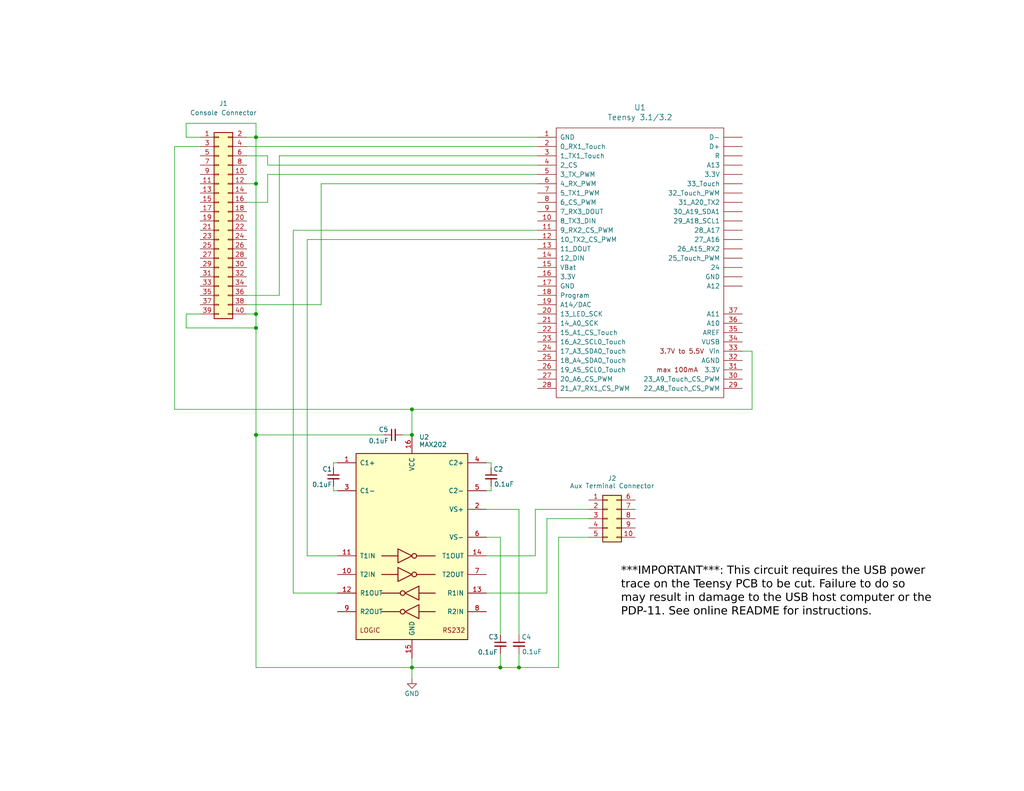
<source format=kicad_sch>
(kicad_sch (version 20230121) (generator eeschema)

  (uuid d2a3b5f2-ee0f-40f3-9959-bd44e9d6ebec)

  (paper "A")

  (title_block
    (title "PDP-11/05 Console USB Adapter")
    (date "2023-11-19")
    (rev "3.0")
    (comment 1 "Licensed under a Creative Commons Attribution 4.0 International License")
    (comment 2 "Copyright © 2023 Jay Logue")
    (comment 4 "https://github.com/jaylogue/pdp-1105-console-usb-adapter")
  )

  (lib_symbols
    (symbol "Connector_Generic:Conn_02x05_Top_Bottom" (pin_names (offset 1.016) hide) (in_bom yes) (on_board yes)
      (property "Reference" "J" (at 1.27 7.62 0)
        (effects (font (size 1.27 1.27)))
      )
      (property "Value" "Conn_02x05_Top_Bottom" (at 1.27 -7.62 0)
        (effects (font (size 1.27 1.27)))
      )
      (property "Footprint" "" (at 0 0 0)
        (effects (font (size 1.27 1.27)) hide)
      )
      (property "Datasheet" "~" (at 0 0 0)
        (effects (font (size 1.27 1.27)) hide)
      )
      (property "ki_keywords" "connector" (at 0 0 0)
        (effects (font (size 1.27 1.27)) hide)
      )
      (property "ki_description" "Generic connector, double row, 02x05, top/bottom pin numbering scheme (row 1: 1...pins_per_row, row2: pins_per_row+1 ... num_pins), script generated (kicad-library-utils/schlib/autogen/connector/)" (at 0 0 0)
        (effects (font (size 1.27 1.27)) hide)
      )
      (property "ki_fp_filters" "Connector*:*_2x??_*" (at 0 0 0)
        (effects (font (size 1.27 1.27)) hide)
      )
      (symbol "Conn_02x05_Top_Bottom_1_1"
        (rectangle (start -1.27 -4.953) (end 0 -5.207)
          (stroke (width 0.1524) (type default))
          (fill (type none))
        )
        (rectangle (start -1.27 -2.413) (end 0 -2.667)
          (stroke (width 0.1524) (type default))
          (fill (type none))
        )
        (rectangle (start -1.27 0.127) (end 0 -0.127)
          (stroke (width 0.1524) (type default))
          (fill (type none))
        )
        (rectangle (start -1.27 2.667) (end 0 2.413)
          (stroke (width 0.1524) (type default))
          (fill (type none))
        )
        (rectangle (start -1.27 5.207) (end 0 4.953)
          (stroke (width 0.1524) (type default))
          (fill (type none))
        )
        (rectangle (start -1.27 6.35) (end 3.81 -6.35)
          (stroke (width 0.254) (type default))
          (fill (type background))
        )
        (rectangle (start 3.81 -4.953) (end 2.54 -5.207)
          (stroke (width 0.1524) (type default))
          (fill (type none))
        )
        (rectangle (start 3.81 -2.413) (end 2.54 -2.667)
          (stroke (width 0.1524) (type default))
          (fill (type none))
        )
        (rectangle (start 3.81 0.127) (end 2.54 -0.127)
          (stroke (width 0.1524) (type default))
          (fill (type none))
        )
        (rectangle (start 3.81 2.667) (end 2.54 2.413)
          (stroke (width 0.1524) (type default))
          (fill (type none))
        )
        (rectangle (start 3.81 5.207) (end 2.54 4.953)
          (stroke (width 0.1524) (type default))
          (fill (type none))
        )
        (pin passive line (at -5.08 5.08 0) (length 3.81)
          (name "Pin_1" (effects (font (size 1.27 1.27))))
          (number "1" (effects (font (size 1.27 1.27))))
        )
        (pin passive line (at 7.62 -5.08 180) (length 3.81)
          (name "Pin_10" (effects (font (size 1.27 1.27))))
          (number "10" (effects (font (size 1.27 1.27))))
        )
        (pin passive line (at -5.08 2.54 0) (length 3.81)
          (name "Pin_2" (effects (font (size 1.27 1.27))))
          (number "2" (effects (font (size 1.27 1.27))))
        )
        (pin passive line (at -5.08 0 0) (length 3.81)
          (name "Pin_3" (effects (font (size 1.27 1.27))))
          (number "3" (effects (font (size 1.27 1.27))))
        )
        (pin passive line (at -5.08 -2.54 0) (length 3.81)
          (name "Pin_4" (effects (font (size 1.27 1.27))))
          (number "4" (effects (font (size 1.27 1.27))))
        )
        (pin passive line (at -5.08 -5.08 0) (length 3.81)
          (name "Pin_5" (effects (font (size 1.27 1.27))))
          (number "5" (effects (font (size 1.27 1.27))))
        )
        (pin passive line (at 7.62 5.08 180) (length 3.81)
          (name "Pin_6" (effects (font (size 1.27 1.27))))
          (number "6" (effects (font (size 1.27 1.27))))
        )
        (pin passive line (at 7.62 2.54 180) (length 3.81)
          (name "Pin_7" (effects (font (size 1.27 1.27))))
          (number "7" (effects (font (size 1.27 1.27))))
        )
        (pin passive line (at 7.62 0 180) (length 3.81)
          (name "Pin_8" (effects (font (size 1.27 1.27))))
          (number "8" (effects (font (size 1.27 1.27))))
        )
        (pin passive line (at 7.62 -2.54 180) (length 3.81)
          (name "Pin_9" (effects (font (size 1.27 1.27))))
          (number "9" (effects (font (size 1.27 1.27))))
        )
      )
    )
    (symbol "Connector_Generic:Conn_02x20_Odd_Even" (pin_names (offset 1.016) hide) (in_bom yes) (on_board yes)
      (property "Reference" "J" (at 1.27 25.4 0)
        (effects (font (size 1.27 1.27)))
      )
      (property "Value" "Conn_02x20_Odd_Even" (at 1.27 -27.94 0)
        (effects (font (size 1.27 1.27)))
      )
      (property "Footprint" "" (at 0 0 0)
        (effects (font (size 1.27 1.27)) hide)
      )
      (property "Datasheet" "~" (at 0 0 0)
        (effects (font (size 1.27 1.27)) hide)
      )
      (property "ki_keywords" "connector" (at 0 0 0)
        (effects (font (size 1.27 1.27)) hide)
      )
      (property "ki_description" "Generic connector, double row, 02x20, odd/even pin numbering scheme (row 1 odd numbers, row 2 even numbers), script generated (kicad-library-utils/schlib/autogen/connector/)" (at 0 0 0)
        (effects (font (size 1.27 1.27)) hide)
      )
      (property "ki_fp_filters" "Connector*:*_2x??_*" (at 0 0 0)
        (effects (font (size 1.27 1.27)) hide)
      )
      (symbol "Conn_02x20_Odd_Even_1_1"
        (rectangle (start -1.27 -25.273) (end 0 -25.527)
          (stroke (width 0.1524) (type default))
          (fill (type none))
        )
        (rectangle (start -1.27 -22.733) (end 0 -22.987)
          (stroke (width 0.1524) (type default))
          (fill (type none))
        )
        (rectangle (start -1.27 -20.193) (end 0 -20.447)
          (stroke (width 0.1524) (type default))
          (fill (type none))
        )
        (rectangle (start -1.27 -17.653) (end 0 -17.907)
          (stroke (width 0.1524) (type default))
          (fill (type none))
        )
        (rectangle (start -1.27 -15.113) (end 0 -15.367)
          (stroke (width 0.1524) (type default))
          (fill (type none))
        )
        (rectangle (start -1.27 -12.573) (end 0 -12.827)
          (stroke (width 0.1524) (type default))
          (fill (type none))
        )
        (rectangle (start -1.27 -10.033) (end 0 -10.287)
          (stroke (width 0.1524) (type default))
          (fill (type none))
        )
        (rectangle (start -1.27 -7.493) (end 0 -7.747)
          (stroke (width 0.1524) (type default))
          (fill (type none))
        )
        (rectangle (start -1.27 -4.953) (end 0 -5.207)
          (stroke (width 0.1524) (type default))
          (fill (type none))
        )
        (rectangle (start -1.27 -2.413) (end 0 -2.667)
          (stroke (width 0.1524) (type default))
          (fill (type none))
        )
        (rectangle (start -1.27 0.127) (end 0 -0.127)
          (stroke (width 0.1524) (type default))
          (fill (type none))
        )
        (rectangle (start -1.27 2.667) (end 0 2.413)
          (stroke (width 0.1524) (type default))
          (fill (type none))
        )
        (rectangle (start -1.27 5.207) (end 0 4.953)
          (stroke (width 0.1524) (type default))
          (fill (type none))
        )
        (rectangle (start -1.27 7.747) (end 0 7.493)
          (stroke (width 0.1524) (type default))
          (fill (type none))
        )
        (rectangle (start -1.27 10.287) (end 0 10.033)
          (stroke (width 0.1524) (type default))
          (fill (type none))
        )
        (rectangle (start -1.27 12.827) (end 0 12.573)
          (stroke (width 0.1524) (type default))
          (fill (type none))
        )
        (rectangle (start -1.27 15.367) (end 0 15.113)
          (stroke (width 0.1524) (type default))
          (fill (type none))
        )
        (rectangle (start -1.27 17.907) (end 0 17.653)
          (stroke (width 0.1524) (type default))
          (fill (type none))
        )
        (rectangle (start -1.27 20.447) (end 0 20.193)
          (stroke (width 0.1524) (type default))
          (fill (type none))
        )
        (rectangle (start -1.27 22.987) (end 0 22.733)
          (stroke (width 0.1524) (type default))
          (fill (type none))
        )
        (rectangle (start -1.27 24.13) (end 3.81 -26.67)
          (stroke (width 0.254) (type default))
          (fill (type background))
        )
        (rectangle (start 3.81 -25.273) (end 2.54 -25.527)
          (stroke (width 0.1524) (type default))
          (fill (type none))
        )
        (rectangle (start 3.81 -22.733) (end 2.54 -22.987)
          (stroke (width 0.1524) (type default))
          (fill (type none))
        )
        (rectangle (start 3.81 -20.193) (end 2.54 -20.447)
          (stroke (width 0.1524) (type default))
          (fill (type none))
        )
        (rectangle (start 3.81 -17.653) (end 2.54 -17.907)
          (stroke (width 0.1524) (type default))
          (fill (type none))
        )
        (rectangle (start 3.81 -15.113) (end 2.54 -15.367)
          (stroke (width 0.1524) (type default))
          (fill (type none))
        )
        (rectangle (start 3.81 -12.573) (end 2.54 -12.827)
          (stroke (width 0.1524) (type default))
          (fill (type none))
        )
        (rectangle (start 3.81 -10.033) (end 2.54 -10.287)
          (stroke (width 0.1524) (type default))
          (fill (type none))
        )
        (rectangle (start 3.81 -7.493) (end 2.54 -7.747)
          (stroke (width 0.1524) (type default))
          (fill (type none))
        )
        (rectangle (start 3.81 -4.953) (end 2.54 -5.207)
          (stroke (width 0.1524) (type default))
          (fill (type none))
        )
        (rectangle (start 3.81 -2.413) (end 2.54 -2.667)
          (stroke (width 0.1524) (type default))
          (fill (type none))
        )
        (rectangle (start 3.81 0.127) (end 2.54 -0.127)
          (stroke (width 0.1524) (type default))
          (fill (type none))
        )
        (rectangle (start 3.81 2.667) (end 2.54 2.413)
          (stroke (width 0.1524) (type default))
          (fill (type none))
        )
        (rectangle (start 3.81 5.207) (end 2.54 4.953)
          (stroke (width 0.1524) (type default))
          (fill (type none))
        )
        (rectangle (start 3.81 7.747) (end 2.54 7.493)
          (stroke (width 0.1524) (type default))
          (fill (type none))
        )
        (rectangle (start 3.81 10.287) (end 2.54 10.033)
          (stroke (width 0.1524) (type default))
          (fill (type none))
        )
        (rectangle (start 3.81 12.827) (end 2.54 12.573)
          (stroke (width 0.1524) (type default))
          (fill (type none))
        )
        (rectangle (start 3.81 15.367) (end 2.54 15.113)
          (stroke (width 0.1524) (type default))
          (fill (type none))
        )
        (rectangle (start 3.81 17.907) (end 2.54 17.653)
          (stroke (width 0.1524) (type default))
          (fill (type none))
        )
        (rectangle (start 3.81 20.447) (end 2.54 20.193)
          (stroke (width 0.1524) (type default))
          (fill (type none))
        )
        (rectangle (start 3.81 22.987) (end 2.54 22.733)
          (stroke (width 0.1524) (type default))
          (fill (type none))
        )
        (pin passive line (at -5.08 22.86 0) (length 3.81)
          (name "Pin_1" (effects (font (size 1.27 1.27))))
          (number "1" (effects (font (size 1.27 1.27))))
        )
        (pin passive line (at 7.62 12.7 180) (length 3.81)
          (name "Pin_10" (effects (font (size 1.27 1.27))))
          (number "10" (effects (font (size 1.27 1.27))))
        )
        (pin passive line (at -5.08 10.16 0) (length 3.81)
          (name "Pin_11" (effects (font (size 1.27 1.27))))
          (number "11" (effects (font (size 1.27 1.27))))
        )
        (pin passive line (at 7.62 10.16 180) (length 3.81)
          (name "Pin_12" (effects (font (size 1.27 1.27))))
          (number "12" (effects (font (size 1.27 1.27))))
        )
        (pin passive line (at -5.08 7.62 0) (length 3.81)
          (name "Pin_13" (effects (font (size 1.27 1.27))))
          (number "13" (effects (font (size 1.27 1.27))))
        )
        (pin passive line (at 7.62 7.62 180) (length 3.81)
          (name "Pin_14" (effects (font (size 1.27 1.27))))
          (number "14" (effects (font (size 1.27 1.27))))
        )
        (pin passive line (at -5.08 5.08 0) (length 3.81)
          (name "Pin_15" (effects (font (size 1.27 1.27))))
          (number "15" (effects (font (size 1.27 1.27))))
        )
        (pin passive line (at 7.62 5.08 180) (length 3.81)
          (name "Pin_16" (effects (font (size 1.27 1.27))))
          (number "16" (effects (font (size 1.27 1.27))))
        )
        (pin passive line (at -5.08 2.54 0) (length 3.81)
          (name "Pin_17" (effects (font (size 1.27 1.27))))
          (number "17" (effects (font (size 1.27 1.27))))
        )
        (pin passive line (at 7.62 2.54 180) (length 3.81)
          (name "Pin_18" (effects (font (size 1.27 1.27))))
          (number "18" (effects (font (size 1.27 1.27))))
        )
        (pin passive line (at -5.08 0 0) (length 3.81)
          (name "Pin_19" (effects (font (size 1.27 1.27))))
          (number "19" (effects (font (size 1.27 1.27))))
        )
        (pin passive line (at 7.62 22.86 180) (length 3.81)
          (name "Pin_2" (effects (font (size 1.27 1.27))))
          (number "2" (effects (font (size 1.27 1.27))))
        )
        (pin passive line (at 7.62 0 180) (length 3.81)
          (name "Pin_20" (effects (font (size 1.27 1.27))))
          (number "20" (effects (font (size 1.27 1.27))))
        )
        (pin passive line (at -5.08 -2.54 0) (length 3.81)
          (name "Pin_21" (effects (font (size 1.27 1.27))))
          (number "21" (effects (font (size 1.27 1.27))))
        )
        (pin passive line (at 7.62 -2.54 180) (length 3.81)
          (name "Pin_22" (effects (font (size 1.27 1.27))))
          (number "22" (effects (font (size 1.27 1.27))))
        )
        (pin passive line (at -5.08 -5.08 0) (length 3.81)
          (name "Pin_23" (effects (font (size 1.27 1.27))))
          (number "23" (effects (font (size 1.27 1.27))))
        )
        (pin passive line (at 7.62 -5.08 180) (length 3.81)
          (name "Pin_24" (effects (font (size 1.27 1.27))))
          (number "24" (effects (font (size 1.27 1.27))))
        )
        (pin passive line (at -5.08 -7.62 0) (length 3.81)
          (name "Pin_25" (effects (font (size 1.27 1.27))))
          (number "25" (effects (font (size 1.27 1.27))))
        )
        (pin passive line (at 7.62 -7.62 180) (length 3.81)
          (name "Pin_26" (effects (font (size 1.27 1.27))))
          (number "26" (effects (font (size 1.27 1.27))))
        )
        (pin passive line (at -5.08 -10.16 0) (length 3.81)
          (name "Pin_27" (effects (font (size 1.27 1.27))))
          (number "27" (effects (font (size 1.27 1.27))))
        )
        (pin passive line (at 7.62 -10.16 180) (length 3.81)
          (name "Pin_28" (effects (font (size 1.27 1.27))))
          (number "28" (effects (font (size 1.27 1.27))))
        )
        (pin passive line (at -5.08 -12.7 0) (length 3.81)
          (name "Pin_29" (effects (font (size 1.27 1.27))))
          (number "29" (effects (font (size 1.27 1.27))))
        )
        (pin passive line (at -5.08 20.32 0) (length 3.81)
          (name "Pin_3" (effects (font (size 1.27 1.27))))
          (number "3" (effects (font (size 1.27 1.27))))
        )
        (pin passive line (at 7.62 -12.7 180) (length 3.81)
          (name "Pin_30" (effects (font (size 1.27 1.27))))
          (number "30" (effects (font (size 1.27 1.27))))
        )
        (pin passive line (at -5.08 -15.24 0) (length 3.81)
          (name "Pin_31" (effects (font (size 1.27 1.27))))
          (number "31" (effects (font (size 1.27 1.27))))
        )
        (pin passive line (at 7.62 -15.24 180) (length 3.81)
          (name "Pin_32" (effects (font (size 1.27 1.27))))
          (number "32" (effects (font (size 1.27 1.27))))
        )
        (pin passive line (at -5.08 -17.78 0) (length 3.81)
          (name "Pin_33" (effects (font (size 1.27 1.27))))
          (number "33" (effects (font (size 1.27 1.27))))
        )
        (pin passive line (at 7.62 -17.78 180) (length 3.81)
          (name "Pin_34" (effects (font (size 1.27 1.27))))
          (number "34" (effects (font (size 1.27 1.27))))
        )
        (pin passive line (at -5.08 -20.32 0) (length 3.81)
          (name "Pin_35" (effects (font (size 1.27 1.27))))
          (number "35" (effects (font (size 1.27 1.27))))
        )
        (pin passive line (at 7.62 -20.32 180) (length 3.81)
          (name "Pin_36" (effects (font (size 1.27 1.27))))
          (number "36" (effects (font (size 1.27 1.27))))
        )
        (pin passive line (at -5.08 -22.86 0) (length 3.81)
          (name "Pin_37" (effects (font (size 1.27 1.27))))
          (number "37" (effects (font (size 1.27 1.27))))
        )
        (pin passive line (at 7.62 -22.86 180) (length 3.81)
          (name "Pin_38" (effects (font (size 1.27 1.27))))
          (number "38" (effects (font (size 1.27 1.27))))
        )
        (pin passive line (at -5.08 -25.4 0) (length 3.81)
          (name "Pin_39" (effects (font (size 1.27 1.27))))
          (number "39" (effects (font (size 1.27 1.27))))
        )
        (pin passive line (at 7.62 20.32 180) (length 3.81)
          (name "Pin_4" (effects (font (size 1.27 1.27))))
          (number "4" (effects (font (size 1.27 1.27))))
        )
        (pin passive line (at 7.62 -25.4 180) (length 3.81)
          (name "Pin_40" (effects (font (size 1.27 1.27))))
          (number "40" (effects (font (size 1.27 1.27))))
        )
        (pin passive line (at -5.08 17.78 0) (length 3.81)
          (name "Pin_5" (effects (font (size 1.27 1.27))))
          (number "5" (effects (font (size 1.27 1.27))))
        )
        (pin passive line (at 7.62 17.78 180) (length 3.81)
          (name "Pin_6" (effects (font (size 1.27 1.27))))
          (number "6" (effects (font (size 1.27 1.27))))
        )
        (pin passive line (at -5.08 15.24 0) (length 3.81)
          (name "Pin_7" (effects (font (size 1.27 1.27))))
          (number "7" (effects (font (size 1.27 1.27))))
        )
        (pin passive line (at 7.62 15.24 180) (length 3.81)
          (name "Pin_8" (effects (font (size 1.27 1.27))))
          (number "8" (effects (font (size 1.27 1.27))))
        )
        (pin passive line (at -5.08 12.7 0) (length 3.81)
          (name "Pin_9" (effects (font (size 1.27 1.27))))
          (number "9" (effects (font (size 1.27 1.27))))
        )
      )
    )
    (symbol "Device:C_Small" (pin_numbers hide) (pin_names (offset 0.254) hide) (in_bom yes) (on_board yes)
      (property "Reference" "C" (at 0.254 1.778 0)
        (effects (font (size 1.27 1.27)) (justify left))
      )
      (property "Value" "C_Small" (at 0.254 -2.032 0)
        (effects (font (size 1.27 1.27)) (justify left))
      )
      (property "Footprint" "" (at 0 0 0)
        (effects (font (size 1.27 1.27)) hide)
      )
      (property "Datasheet" "~" (at 0 0 0)
        (effects (font (size 1.27 1.27)) hide)
      )
      (property "ki_keywords" "capacitor cap" (at 0 0 0)
        (effects (font (size 1.27 1.27)) hide)
      )
      (property "ki_description" "Unpolarized capacitor, small symbol" (at 0 0 0)
        (effects (font (size 1.27 1.27)) hide)
      )
      (property "ki_fp_filters" "C_*" (at 0 0 0)
        (effects (font (size 1.27 1.27)) hide)
      )
      (symbol "C_Small_0_1"
        (polyline
          (pts
            (xy -1.524 -0.508)
            (xy 1.524 -0.508)
          )
          (stroke (width 0.3302) (type default))
          (fill (type none))
        )
        (polyline
          (pts
            (xy -1.524 0.508)
            (xy 1.524 0.508)
          )
          (stroke (width 0.3048) (type default))
          (fill (type none))
        )
      )
      (symbol "C_Small_1_1"
        (pin passive line (at 0 2.54 270) (length 2.032)
          (name "~" (effects (font (size 1.27 1.27))))
          (number "1" (effects (font (size 1.27 1.27))))
        )
        (pin passive line (at 0 -2.54 90) (length 2.032)
          (name "~" (effects (font (size 1.27 1.27))))
          (number "2" (effects (font (size 1.27 1.27))))
        )
      )
    )
    (symbol "Interface_UART:MAX202" (pin_names (offset 1.016)) (in_bom yes) (on_board yes)
      (property "Reference" "U" (at -2.54 28.575 0)
        (effects (font (size 1.27 1.27)) (justify right))
      )
      (property "Value" "MAX202" (at -2.54 26.67 0)
        (effects (font (size 1.27 1.27)) (justify right))
      )
      (property "Footprint" "" (at 1.27 -26.67 0)
        (effects (font (size 1.27 1.27)) (justify left) hide)
      )
      (property "Datasheet" "http://www.ti.com/lit/ds/symlink/max202.pdf" (at 0 2.54 0)
        (effects (font (size 1.27 1.27)) hide)
      )
      (property "ki_keywords" "rs232 uart transceiver line-driver" (at 0 0 0)
        (effects (font (size 1.27 1.27)) hide)
      )
      (property "ki_description" "Dual RS232 driver/receiver, 5V supply, 120kb/s, 0C-70C" (at 0 0 0)
        (effects (font (size 1.27 1.27)) hide)
      )
      (property "ki_fp_filters" "SOIC*P1.27mm* DIP*W7.62mm* TSSOP*4.4x5mm*P0.65mm*" (at 0 0 0)
        (effects (font (size 1.27 1.27)) hide)
      )
      (symbol "MAX202_0_0"
        (text "LOGIC" (at -11.43 -22.86 0)
          (effects (font (size 1.27 1.27)))
        )
        (text "RS232" (at 11.43 -22.86 0)
          (effects (font (size 1.27 1.27)))
        )
      )
      (symbol "MAX202_0_1"
        (rectangle (start -15.24 -25.4) (end 15.24 25.4)
          (stroke (width 0.254) (type default))
          (fill (type background))
        )
        (circle (center -2.54 -17.78) (radius 0.635)
          (stroke (width 0.254) (type default))
          (fill (type none))
        )
        (circle (center -2.54 -12.7) (radius 0.635)
          (stroke (width 0.254) (type default))
          (fill (type none))
        )
        (polyline
          (pts
            (xy -3.81 -7.62)
            (xy -8.255 -7.62)
          )
          (stroke (width 0.254) (type default))
          (fill (type none))
        )
        (polyline
          (pts
            (xy -3.81 -2.54)
            (xy -8.255 -2.54)
          )
          (stroke (width 0.254) (type default))
          (fill (type none))
        )
        (polyline
          (pts
            (xy -3.175 -17.78)
            (xy -8.255 -17.78)
          )
          (stroke (width 0.254) (type default))
          (fill (type none))
        )
        (polyline
          (pts
            (xy -3.175 -12.7)
            (xy -8.255 -12.7)
          )
          (stroke (width 0.254) (type default))
          (fill (type none))
        )
        (polyline
          (pts
            (xy 1.27 -7.62)
            (xy 6.35 -7.62)
          )
          (stroke (width 0.254) (type default))
          (fill (type none))
        )
        (polyline
          (pts
            (xy 1.27 -2.54)
            (xy 6.35 -2.54)
          )
          (stroke (width 0.254) (type default))
          (fill (type none))
        )
        (polyline
          (pts
            (xy 1.905 -17.78)
            (xy 6.35 -17.78)
          )
          (stroke (width 0.254) (type default))
          (fill (type none))
        )
        (polyline
          (pts
            (xy 1.905 -12.7)
            (xy 6.35 -12.7)
          )
          (stroke (width 0.254) (type default))
          (fill (type none))
        )
        (polyline
          (pts
            (xy -3.81 -5.715)
            (xy -3.81 -9.525)
            (xy 0 -7.62)
            (xy -3.81 -5.715)
          )
          (stroke (width 0.254) (type default))
          (fill (type none))
        )
        (polyline
          (pts
            (xy -3.81 -0.635)
            (xy -3.81 -4.445)
            (xy 0 -2.54)
            (xy -3.81 -0.635)
          )
          (stroke (width 0.254) (type default))
          (fill (type none))
        )
        (polyline
          (pts
            (xy 1.905 -15.875)
            (xy 1.905 -19.685)
            (xy -1.905 -17.78)
            (xy 1.905 -15.875)
          )
          (stroke (width 0.254) (type default))
          (fill (type none))
        )
        (polyline
          (pts
            (xy 1.905 -10.795)
            (xy 1.905 -14.605)
            (xy -1.905 -12.7)
            (xy 1.905 -10.795)
          )
          (stroke (width 0.254) (type default))
          (fill (type none))
        )
        (circle (center 0.635 -7.62) (radius 0.635)
          (stroke (width 0.254) (type default))
          (fill (type none))
        )
        (circle (center 0.635 -2.54) (radius 0.635)
          (stroke (width 0.254) (type default))
          (fill (type none))
        )
      )
      (symbol "MAX202_1_1"
        (pin passive line (at -20.32 22.86 0) (length 5.08)
          (name "C1+" (effects (font (size 1.27 1.27))))
          (number "1" (effects (font (size 1.27 1.27))))
        )
        (pin input line (at -20.32 -7.62 0) (length 5.08)
          (name "T2IN" (effects (font (size 1.27 1.27))))
          (number "10" (effects (font (size 1.27 1.27))))
        )
        (pin input line (at -20.32 -2.54 0) (length 5.08)
          (name "T1IN" (effects (font (size 1.27 1.27))))
          (number "11" (effects (font (size 1.27 1.27))))
        )
        (pin output line (at -20.32 -12.7 0) (length 5.08)
          (name "R1OUT" (effects (font (size 1.27 1.27))))
          (number "12" (effects (font (size 1.27 1.27))))
        )
        (pin input line (at 20.32 -12.7 180) (length 5.08)
          (name "R1IN" (effects (font (size 1.27 1.27))))
          (number "13" (effects (font (size 1.27 1.27))))
        )
        (pin output line (at 20.32 -2.54 180) (length 5.08)
          (name "T1OUT" (effects (font (size 1.27 1.27))))
          (number "14" (effects (font (size 1.27 1.27))))
        )
        (pin power_in line (at 0 -30.48 90) (length 5.08)
          (name "GND" (effects (font (size 1.27 1.27))))
          (number "15" (effects (font (size 1.27 1.27))))
        )
        (pin power_in line (at 0 30.48 270) (length 5.08)
          (name "VCC" (effects (font (size 1.27 1.27))))
          (number "16" (effects (font (size 1.27 1.27))))
        )
        (pin power_out line (at 20.32 10.16 180) (length 5.08)
          (name "VS+" (effects (font (size 1.27 1.27))))
          (number "2" (effects (font (size 1.27 1.27))))
        )
        (pin passive line (at -20.32 15.24 0) (length 5.08)
          (name "C1-" (effects (font (size 1.27 1.27))))
          (number "3" (effects (font (size 1.27 1.27))))
        )
        (pin passive line (at 20.32 22.86 180) (length 5.08)
          (name "C2+" (effects (font (size 1.27 1.27))))
          (number "4" (effects (font (size 1.27 1.27))))
        )
        (pin passive line (at 20.32 15.24 180) (length 5.08)
          (name "C2-" (effects (font (size 1.27 1.27))))
          (number "5" (effects (font (size 1.27 1.27))))
        )
        (pin power_out line (at 20.32 2.54 180) (length 5.08)
          (name "VS-" (effects (font (size 1.27 1.27))))
          (number "6" (effects (font (size 1.27 1.27))))
        )
        (pin output line (at 20.32 -7.62 180) (length 5.08)
          (name "T2OUT" (effects (font (size 1.27 1.27))))
          (number "7" (effects (font (size 1.27 1.27))))
        )
        (pin input line (at 20.32 -17.78 180) (length 5.08)
          (name "R2IN" (effects (font (size 1.27 1.27))))
          (number "8" (effects (font (size 1.27 1.27))))
        )
        (pin output line (at -20.32 -17.78 0) (length 5.08)
          (name "R2OUT" (effects (font (size 1.27 1.27))))
          (number "9" (effects (font (size 1.27 1.27))))
        )
      )
    )
    (symbol "pdp-1105-console-usb-adapter-rescue:Teensy3.1-teensy" (pin_names (offset 1.016)) (in_bom yes) (on_board yes)
      (property "Reference" "U" (at 0 39.37 0)
        (effects (font (size 1.524 1.524)))
      )
      (property "Value" "Teensy3.1-teensy" (at 0 -39.37 0)
        (effects (font (size 1.524 1.524)))
      )
      (property "Footprint" "" (at 0 -19.05 0)
        (effects (font (size 1.524 1.524)))
      )
      (property "Datasheet" "" (at 0 -19.05 0)
        (effects (font (size 1.524 1.524)))
      )
      (symbol "Teensy3.1-teensy_0_0"
        (text "3.7V to 5.5V" (at 11.43 -24.13 0)
          (effects (font (size 1.27 1.27)))
        )
        (text "max 100mA" (at 10.16 -29.21 0)
          (effects (font (size 1.27 1.27)))
        )
      )
      (symbol "Teensy3.1-teensy_0_1"
        (rectangle (start -22.86 36.83) (end 22.86 -36.83)
          (stroke (width 0) (type solid))
          (fill (type none))
        )
      )
      (symbol "Teensy3.1-teensy_1_1"
        (pin power_in line (at -27.94 34.29 0) (length 5.08)
          (name "GND" (effects (font (size 1.27 1.27))))
          (number "1" (effects (font (size 1.27 1.27))))
        )
        (pin bidirectional line (at -27.94 11.43 0) (length 5.08)
          (name "8_TX3_DIN" (effects (font (size 1.27 1.27))))
          (number "10" (effects (font (size 1.27 1.27))))
        )
        (pin bidirectional line (at -27.94 8.89 0) (length 5.08)
          (name "9_RX2_CS_PWM" (effects (font (size 1.27 1.27))))
          (number "11" (effects (font (size 1.27 1.27))))
        )
        (pin bidirectional line (at -27.94 6.35 0) (length 5.08)
          (name "10_TX2_CS_PWM" (effects (font (size 1.27 1.27))))
          (number "12" (effects (font (size 1.27 1.27))))
        )
        (pin bidirectional line (at -27.94 3.81 0) (length 5.08)
          (name "11_DOUT" (effects (font (size 1.27 1.27))))
          (number "13" (effects (font (size 1.27 1.27))))
        )
        (pin bidirectional line (at -27.94 1.27 0) (length 5.08)
          (name "12_DIN" (effects (font (size 1.27 1.27))))
          (number "14" (effects (font (size 1.27 1.27))))
        )
        (pin power_in line (at -27.94 -1.27 0) (length 5.08)
          (name "VBat" (effects (font (size 1.27 1.27))))
          (number "15" (effects (font (size 1.27 1.27))))
        )
        (pin power_in line (at -27.94 -3.81 0) (length 5.08)
          (name "3.3V" (effects (font (size 1.27 1.27))))
          (number "16" (effects (font (size 1.27 1.27))))
        )
        (pin power_in line (at -27.94 -6.35 0) (length 5.08)
          (name "GND" (effects (font (size 1.27 1.27))))
          (number "17" (effects (font (size 1.27 1.27))))
        )
        (pin input line (at -27.94 -8.89 0) (length 5.08)
          (name "Program" (effects (font (size 1.27 1.27))))
          (number "18" (effects (font (size 1.27 1.27))))
        )
        (pin bidirectional line (at -27.94 -11.43 0) (length 5.08)
          (name "A14/DAC" (effects (font (size 1.27 1.27))))
          (number "19" (effects (font (size 1.27 1.27))))
        )
        (pin bidirectional line (at -27.94 31.75 0) (length 5.08)
          (name "0_RX1_Touch" (effects (font (size 1.27 1.27))))
          (number "2" (effects (font (size 1.27 1.27))))
        )
        (pin bidirectional line (at -27.94 -13.97 0) (length 5.08)
          (name "13_LED_SCK" (effects (font (size 1.27 1.27))))
          (number "20" (effects (font (size 1.27 1.27))))
        )
        (pin bidirectional line (at -27.94 -16.51 0) (length 5.08)
          (name "14_A0_SCK" (effects (font (size 1.27 1.27))))
          (number "21" (effects (font (size 1.27 1.27))))
        )
        (pin bidirectional line (at -27.94 -19.05 0) (length 5.08)
          (name "15_A1_CS_Touch" (effects (font (size 1.27 1.27))))
          (number "22" (effects (font (size 1.27 1.27))))
        )
        (pin bidirectional line (at -27.94 -21.59 0) (length 5.08)
          (name "16_A2_SCL0_Touch" (effects (font (size 1.27 1.27))))
          (number "23" (effects (font (size 1.27 1.27))))
        )
        (pin bidirectional line (at -27.94 -24.13 0) (length 5.08)
          (name "17_A3_SDA0_Touch" (effects (font (size 1.27 1.27))))
          (number "24" (effects (font (size 1.27 1.27))))
        )
        (pin bidirectional line (at -27.94 -26.67 0) (length 5.08)
          (name "18_A4_SDA0_Touch" (effects (font (size 1.27 1.27))))
          (number "25" (effects (font (size 1.27 1.27))))
        )
        (pin bidirectional line (at -27.94 -29.21 0) (length 5.08)
          (name "19_A5_SCL0_Touch" (effects (font (size 1.27 1.27))))
          (number "26" (effects (font (size 1.27 1.27))))
        )
        (pin bidirectional line (at -27.94 -31.75 0) (length 5.08)
          (name "20_A6_CS_PWM" (effects (font (size 1.27 1.27))))
          (number "27" (effects (font (size 1.27 1.27))))
        )
        (pin bidirectional line (at -27.94 -34.29 0) (length 5.08)
          (name "21_A7_RX1_CS_PWM" (effects (font (size 1.27 1.27))))
          (number "28" (effects (font (size 1.27 1.27))))
        )
        (pin bidirectional line (at 27.94 -34.29 180) (length 5.08)
          (name "22_A8_Touch_CS_PWM" (effects (font (size 1.27 1.27))))
          (number "29" (effects (font (size 1.27 1.27))))
        )
        (pin bidirectional line (at -27.94 29.21 0) (length 5.08)
          (name "1_TX1_Touch" (effects (font (size 1.27 1.27))))
          (number "3" (effects (font (size 1.27 1.27))))
        )
        (pin bidirectional line (at 27.94 -31.75 180) (length 5.08)
          (name "23_A9_Touch_CS_PWM" (effects (font (size 1.27 1.27))))
          (number "30" (effects (font (size 1.27 1.27))))
        )
        (pin power_out line (at 27.94 -29.21 180) (length 5.08)
          (name "3.3V" (effects (font (size 1.27 1.27))))
          (number "31" (effects (font (size 1.27 1.27))))
        )
        (pin power_out line (at 27.94 -26.67 180) (length 5.08)
          (name "AGND" (effects (font (size 1.27 1.27))))
          (number "32" (effects (font (size 1.27 1.27))))
        )
        (pin power_in line (at 27.94 -24.13 180) (length 5.08)
          (name "Vin" (effects (font (size 1.27 1.27))))
          (number "33" (effects (font (size 1.27 1.27))))
        )
        (pin power_in line (at 27.94 -21.59 180) (length 5.08)
          (name "VUSB" (effects (font (size 1.27 1.27))))
          (number "34" (effects (font (size 1.27 1.27))))
        )
        (pin input line (at 27.94 -19.05 180) (length 5.08)
          (name "AREF" (effects (font (size 1.27 1.27))))
          (number "35" (effects (font (size 1.27 1.27))))
        )
        (pin bidirectional line (at 27.94 -16.51 180) (length 5.08)
          (name "A10" (effects (font (size 1.27 1.27))))
          (number "36" (effects (font (size 1.27 1.27))))
        )
        (pin bidirectional line (at 27.94 -13.97 180) (length 5.08)
          (name "A11" (effects (font (size 1.27 1.27))))
          (number "37" (effects (font (size 1.27 1.27))))
        )
        (pin bidirectional line (at -27.94 26.67 0) (length 5.08)
          (name "2_CS" (effects (font (size 1.27 1.27))))
          (number "4" (effects (font (size 1.27 1.27))))
        )
        (pin bidirectional line (at -27.94 24.13 0) (length 5.08)
          (name "3_TX_PWM" (effects (font (size 1.27 1.27))))
          (number "5" (effects (font (size 1.27 1.27))))
        )
        (pin bidirectional line (at -27.94 21.59 0) (length 5.08)
          (name "4_RX_PWM" (effects (font (size 1.27 1.27))))
          (number "6" (effects (font (size 1.27 1.27))))
        )
        (pin bidirectional line (at -27.94 19.05 0) (length 5.08)
          (name "5_TX1_PWM" (effects (font (size 1.27 1.27))))
          (number "7" (effects (font (size 1.27 1.27))))
        )
        (pin bidirectional line (at -27.94 16.51 0) (length 5.08)
          (name "6_CS_PWM" (effects (font (size 1.27 1.27))))
          (number "8" (effects (font (size 1.27 1.27))))
        )
        (pin bidirectional line (at -27.94 13.97 0) (length 5.08)
          (name "7_RX3_DOUT" (effects (font (size 1.27 1.27))))
          (number "9" (effects (font (size 1.27 1.27))))
        )
        (pin bidirectional line (at 27.94 -1.27 180) (length 5.08)
          (name "24" (effects (font (size 1.27 1.27))))
          (number "~" (effects (font (size 1.27 1.27))))
        )
        (pin bidirectional line (at 27.94 1.27 180) (length 5.08)
          (name "25_Touch_PWM" (effects (font (size 1.27 1.27))))
          (number "~" (effects (font (size 1.27 1.27))))
        )
        (pin bidirectional line (at 27.94 3.81 180) (length 5.08)
          (name "26_A15_RX2" (effects (font (size 1.27 1.27))))
          (number "~" (effects (font (size 1.27 1.27))))
        )
        (pin bidirectional line (at 27.94 6.35 180) (length 5.08)
          (name "27_A16" (effects (font (size 1.27 1.27))))
          (number "~" (effects (font (size 1.27 1.27))))
        )
        (pin bidirectional line (at 27.94 8.89 180) (length 5.08)
          (name "28_A17" (effects (font (size 1.27 1.27))))
          (number "~" (effects (font (size 1.27 1.27))))
        )
        (pin bidirectional line (at 27.94 11.43 180) (length 5.08)
          (name "29_A18_SCL1" (effects (font (size 1.27 1.27))))
          (number "~" (effects (font (size 1.27 1.27))))
        )
        (pin power_in line (at 27.94 24.13 180) (length 5.08)
          (name "3.3V" (effects (font (size 1.27 1.27))))
          (number "~" (effects (font (size 1.27 1.27))))
        )
        (pin bidirectional line (at 27.94 13.97 180) (length 5.08)
          (name "30_A19_SDA1" (effects (font (size 1.27 1.27))))
          (number "~" (effects (font (size 1.27 1.27))))
        )
        (pin bidirectional line (at 27.94 16.51 180) (length 5.08)
          (name "31_A20_TX2" (effects (font (size 1.27 1.27))))
          (number "~" (effects (font (size 1.27 1.27))))
        )
        (pin bidirectional line (at 27.94 19.05 180) (length 5.08)
          (name "32_Touch_PWM" (effects (font (size 1.27 1.27))))
          (number "~" (effects (font (size 1.27 1.27))))
        )
        (pin bidirectional line (at 27.94 21.59 180) (length 5.08)
          (name "33_Touch" (effects (font (size 1.27 1.27))))
          (number "~" (effects (font (size 1.27 1.27))))
        )
        (pin bidirectional line (at 27.94 -6.35 180) (length 5.08)
          (name "A12" (effects (font (size 1.27 1.27))))
          (number "~" (effects (font (size 1.27 1.27))))
        )
        (pin bidirectional line (at 27.94 26.67 180) (length 5.08)
          (name "A13" (effects (font (size 1.27 1.27))))
          (number "~" (effects (font (size 1.27 1.27))))
        )
        (pin bidirectional line (at 27.94 31.75 180) (length 5.08)
          (name "D+" (effects (font (size 1.27 1.27))))
          (number "~" (effects (font (size 1.27 1.27))))
        )
        (pin bidirectional line (at 27.94 34.29 180) (length 5.08)
          (name "D-" (effects (font (size 1.27 1.27))))
          (number "~" (effects (font (size 1.27 1.27))))
        )
        (pin power_in line (at 27.94 -3.81 180) (length 5.08)
          (name "GND" (effects (font (size 1.27 1.27))))
          (number "~" (effects (font (size 1.27 1.27))))
        )
        (pin input line (at 27.94 29.21 180) (length 5.08)
          (name "R" (effects (font (size 1.27 1.27))))
          (number "~" (effects (font (size 1.27 1.27))))
        )
      )
    )
    (symbol "power:GND" (power) (pin_names (offset 0)) (in_bom yes) (on_board yes)
      (property "Reference" "#PWR" (at 0 -6.35 0)
        (effects (font (size 1.27 1.27)) hide)
      )
      (property "Value" "GND" (at 0 -3.81 0)
        (effects (font (size 1.27 1.27)))
      )
      (property "Footprint" "" (at 0 0 0)
        (effects (font (size 1.27 1.27)) hide)
      )
      (property "Datasheet" "" (at 0 0 0)
        (effects (font (size 1.27 1.27)) hide)
      )
      (property "ki_keywords" "global power" (at 0 0 0)
        (effects (font (size 1.27 1.27)) hide)
      )
      (property "ki_description" "Power symbol creates a global label with name \"GND\" , ground" (at 0 0 0)
        (effects (font (size 1.27 1.27)) hide)
      )
      (symbol "GND_0_1"
        (polyline
          (pts
            (xy 0 0)
            (xy 0 -1.27)
            (xy 1.27 -1.27)
            (xy 0 -2.54)
            (xy -1.27 -1.27)
            (xy 0 -1.27)
          )
          (stroke (width 0) (type default))
          (fill (type none))
        )
      )
      (symbol "GND_1_1"
        (pin power_in line (at 0 0 270) (length 0) hide
          (name "GND" (effects (font (size 1.27 1.27))))
          (number "1" (effects (font (size 1.27 1.27))))
        )
      )
    )
  )

  (junction (at 112.395 118.745) (diameter 0) (color 0 0 0 0)
    (uuid 41785fe3-c4b8-4e63-99f8-6c1fecf4c7d2)
  )
  (junction (at 69.85 89.535) (diameter 0) (color 0 0 0 0)
    (uuid 4cefa3e5-dad5-4ee4-860e-cb8d4f215b75)
  )
  (junction (at 112.395 182.245) (diameter 0) (color 0 0 0 0)
    (uuid 584df975-3467-4783-8ad5-14854a86730d)
  )
  (junction (at 112.395 111.76) (diameter 0) (color 0 0 0 0)
    (uuid 79334259-763d-48dc-bd45-40cf625924e8)
  )
  (junction (at 69.85 118.745) (diameter 0) (color 0 0 0 0)
    (uuid 8682cab0-7f79-4e32-8b39-26d26ee2cb7b)
  )
  (junction (at 136.525 182.245) (diameter 0) (color 0 0 0 0)
    (uuid 88bbc3fe-0102-4f41-9d91-e590a923a06c)
  )
  (junction (at 69.85 37.465) (diameter 0) (color 0 0 0 0)
    (uuid b209d379-0b3a-408c-95d2-7baf589e5ade)
  )
  (junction (at 141.605 182.245) (diameter 0) (color 0 0 0 0)
    (uuid e805d6cb-3209-4bc6-9c70-66554382ee96)
  )
  (junction (at 69.85 85.725) (diameter 0) (color 0 0 0 0)
    (uuid f4e56052-f995-4da4-9d2c-ffbf2e059629)
  )
  (junction (at 69.85 50.165) (diameter 0) (color 0 0 0 0)
    (uuid ff3c32ad-ae15-4c68-8601-027d4a8ace3a)
  )

  (wire (pts (xy 69.85 33.655) (xy 69.85 37.465))
    (stroke (width 0) (type default))
    (uuid 0050e8c2-4ee1-4938-8de0-d8d966e7bd86)
  )
  (wire (pts (xy 83.82 65.405) (xy 146.685 65.405))
    (stroke (width 0) (type default))
    (uuid 06b557eb-0511-4cbd-b4e6-354cee42ca9d)
  )
  (wire (pts (xy 90.9828 126.365) (xy 90.9828 127.6604))
    (stroke (width 0) (type default))
    (uuid 072c0c23-7ba2-436f-9283-650c8e688efe)
  )
  (wire (pts (xy 112.395 111.76) (xy 112.395 118.745))
    (stroke (width 0) (type default))
    (uuid 07ef6910-f020-4ea1-81fe-f63fab819c84)
  )
  (wire (pts (xy 134.0104 126.365) (xy 134.0104 127.6604))
    (stroke (width 0) (type default))
    (uuid 0cfbb7a1-6c3c-4f05-bfb4-135f66119b86)
  )
  (wire (pts (xy 141.605 182.245) (xy 136.525 182.245))
    (stroke (width 0) (type default))
    (uuid 0f0fda59-104c-40de-90a6-db11c657b141)
  )
  (wire (pts (xy 205.2066 95.885) (xy 205.2066 111.76))
    (stroke (width 0) (type default))
    (uuid 0f4863eb-f869-4851-8dbf-68860bc06118)
  )
  (wire (pts (xy 50.8 85.725) (xy 50.8 89.535))
    (stroke (width 0) (type default))
    (uuid 0f7444b3-a1a6-4df8-bf07-d0484f3c1268)
  )
  (wire (pts (xy 136.525 146.685) (xy 136.525 173.355))
    (stroke (width 0) (type default))
    (uuid 1923096c-433e-4d92-84a9-d4ab04e2a9e4)
  )
  (wire (pts (xy 50.8 37.465) (xy 50.8 33.655))
    (stroke (width 0) (type default))
    (uuid 1c515f2b-842e-45b9-8c1d-d38e489ae04f)
  )
  (wire (pts (xy 202.565 95.885) (xy 205.2066 95.885))
    (stroke (width 0) (type default))
    (uuid 20342346-5043-4ea5-854d-9138624610c0)
  )
  (wire (pts (xy 50.8 33.655) (xy 69.85 33.655))
    (stroke (width 0) (type default))
    (uuid 28048768-64c3-443a-81e0-d8f38794cc15)
  )
  (wire (pts (xy 47.625 40.005) (xy 47.625 111.76))
    (stroke (width 0) (type default))
    (uuid 2c260296-6999-40e5-a5fc-bda07230c0c8)
  )
  (wire (pts (xy 69.85 118.745) (xy 69.85 182.245))
    (stroke (width 0) (type default))
    (uuid 2db3c657-8245-41bc-b147-068540af7285)
  )
  (wire (pts (xy 87.63 50.165) (xy 87.63 83.185))
    (stroke (width 0) (type default))
    (uuid 3a6fc390-f2d7-4b07-a7db-7b29b8cbd416)
  )
  (wire (pts (xy 69.85 89.535) (xy 69.85 118.745))
    (stroke (width 0) (type default))
    (uuid 3bc1f5bc-cf3e-4d3f-b2be-9753ba325b8c)
  )
  (wire (pts (xy 109.8804 118.745) (xy 112.395 118.745))
    (stroke (width 0) (type default))
    (uuid 3e3b4942-da9a-468b-9f7b-e2d2c20a2369)
  )
  (wire (pts (xy 50.8 89.535) (xy 69.85 89.535))
    (stroke (width 0) (type default))
    (uuid 4877841f-709b-4259-8e2c-09da38200bef)
  )
  (wire (pts (xy 67.31 42.545) (xy 73.025 42.545))
    (stroke (width 0) (type default))
    (uuid 4bc673dd-6ee3-4c40-99ea-5041ddd548c2)
  )
  (wire (pts (xy 67.31 50.165) (xy 69.85 50.165))
    (stroke (width 0) (type default))
    (uuid 4f269252-c678-448b-b5b4-4e53893ede49)
  )
  (wire (pts (xy 90.9828 133.985) (xy 90.9828 132.7404))
    (stroke (width 0) (type default))
    (uuid 511f5c30-45c3-48c5-afcd-d9e0759d761e)
  )
  (wire (pts (xy 146.685 47.625) (xy 73.025 47.625))
    (stroke (width 0) (type default))
    (uuid 524b45b9-30b1-4a61-9282-889ecdaa34b7)
  )
  (wire (pts (xy 132.715 139.065) (xy 141.605 139.065))
    (stroke (width 0) (type default))
    (uuid 565e205a-57aa-4049-b495-0387f90b5fb6)
  )
  (wire (pts (xy 146.685 50.165) (xy 87.63 50.165))
    (stroke (width 0) (type default))
    (uuid 5e06655d-34e1-46f2-ba68-6f44a714c977)
  )
  (wire (pts (xy 92.075 151.765) (xy 83.82 151.765))
    (stroke (width 0) (type default))
    (uuid 5e81b2cb-4a7e-4db5-962e-0df0bf5ad76d)
  )
  (wire (pts (xy 134.0104 133.985) (xy 134.0104 132.7404))
    (stroke (width 0) (type default))
    (uuid 5ebc8538-4d32-4db8-9a48-65c13d1ff9d3)
  )
  (wire (pts (xy 69.85 85.725) (xy 67.31 85.725))
    (stroke (width 0) (type default))
    (uuid 61d58506-2b5d-4092-948a-f84fa3eb8925)
  )
  (wire (pts (xy 149.225 161.925) (xy 149.225 141.605))
    (stroke (width 0) (type default))
    (uuid 62270b7d-478a-4c4e-b2e9-99ca7fe93aea)
  )
  (wire (pts (xy 112.395 182.245) (xy 112.395 185.42))
    (stroke (width 0) (type default))
    (uuid 63a47203-8f3e-41c4-8d37-43b95e423df4)
  )
  (wire (pts (xy 69.85 89.535) (xy 69.85 85.725))
    (stroke (width 0) (type default))
    (uuid 6488c0c9-eb78-439b-9963-e5576ad26f9b)
  )
  (wire (pts (xy 73.025 55.245) (xy 67.31 55.245))
    (stroke (width 0) (type default))
    (uuid 683980da-efe4-4e2d-8f56-0a88be5655b9)
  )
  (wire (pts (xy 152.4 182.245) (xy 152.4 146.685))
    (stroke (width 0) (type default))
    (uuid 69aeb568-fc0d-44b7-933d-edf98b873954)
  )
  (wire (pts (xy 69.85 50.165) (xy 69.85 37.465))
    (stroke (width 0) (type default))
    (uuid 6a04b932-6899-4ba0-aad8-86eb4fa0f13e)
  )
  (wire (pts (xy 112.395 111.76) (xy 47.625 111.76))
    (stroke (width 0) (type default))
    (uuid 6e7c651b-a59a-48f4-86d9-0de6d9d7aa59)
  )
  (wire (pts (xy 146.05 151.765) (xy 146.05 139.065))
    (stroke (width 0) (type default))
    (uuid 75e7675a-12d9-4931-b997-d360bd89eac1)
  )
  (wire (pts (xy 132.715 146.685) (xy 136.525 146.685))
    (stroke (width 0) (type default))
    (uuid 78468280-e3c5-4f42-a49d-ba3ad2b5c7d2)
  )
  (wire (pts (xy 73.025 42.545) (xy 73.025 45.085))
    (stroke (width 0) (type default))
    (uuid 7997cfb7-c1ef-4c04-aeee-7690f76a8f1b)
  )
  (wire (pts (xy 83.82 151.765) (xy 83.82 65.405))
    (stroke (width 0) (type default))
    (uuid 82f5cd06-06b2-40db-9ab1-511c1b3d44ef)
  )
  (wire (pts (xy 152.4 146.685) (xy 160.655 146.685))
    (stroke (width 0) (type default))
    (uuid 84089b5e-d022-4b62-ba59-6c93610c157c)
  )
  (wire (pts (xy 136.525 178.435) (xy 136.525 182.245))
    (stroke (width 0) (type default))
    (uuid 858fb21c-bdb0-4c6e-8ead-7f60750365da)
  )
  (wire (pts (xy 132.715 133.985) (xy 134.0104 133.985))
    (stroke (width 0) (type default))
    (uuid 8657ee87-0235-49f1-831b-08a3b7b18283)
  )
  (wire (pts (xy 152.4 182.245) (xy 141.605 182.245))
    (stroke (width 0) (type default))
    (uuid 86cf3079-a3cf-4014-a4c8-60dbd84a7713)
  )
  (wire (pts (xy 136.525 182.245) (xy 112.395 182.245))
    (stroke (width 0) (type default))
    (uuid 8bf6176a-2e0d-4679-b687-a8ac25ba4f77)
  )
  (wire (pts (xy 76.2 80.645) (xy 67.31 80.645))
    (stroke (width 0) (type default))
    (uuid 8e4fbf9a-ae90-434c-8a44-690697c7d0f1)
  )
  (wire (pts (xy 54.61 37.465) (xy 50.8 37.465))
    (stroke (width 0) (type default))
    (uuid 90ec6534-91f0-4c6b-98e6-f3cbbda36eb6)
  )
  (wire (pts (xy 50.8 85.725) (xy 54.61 85.725))
    (stroke (width 0) (type default))
    (uuid 911af485-7ae7-43a4-a2ba-499b45e5a2fc)
  )
  (wire (pts (xy 69.85 37.465) (xy 67.31 37.465))
    (stroke (width 0) (type default))
    (uuid 980cf674-326e-431f-8198-603ff11f6d6c)
  )
  (wire (pts (xy 87.63 83.185) (xy 67.31 83.185))
    (stroke (width 0) (type default))
    (uuid 9b642d91-9c43-48e3-9232-e58176f0d6e0)
  )
  (wire (pts (xy 141.605 139.065) (xy 141.605 173.355))
    (stroke (width 0) (type default))
    (uuid 9d3ff91a-bef6-40fe-963b-399e210593b6)
  )
  (wire (pts (xy 112.395 182.245) (xy 112.395 179.705))
    (stroke (width 0) (type default))
    (uuid 9d7f9da1-ba89-4c81-8d3a-e41802545855)
  )
  (wire (pts (xy 92.075 126.365) (xy 90.9828 126.365))
    (stroke (width 0) (type default))
    (uuid a36cc471-67e2-44fd-98f1-095628b535cf)
  )
  (wire (pts (xy 76.2 42.545) (xy 76.2 80.645))
    (stroke (width 0) (type default))
    (uuid a700c1d5-8a6d-4e29-b04e-66be90f298e1)
  )
  (wire (pts (xy 80.01 161.925) (xy 80.01 62.865))
    (stroke (width 0) (type default))
    (uuid a8e73874-8488-4075-b766-59c62095fa6f)
  )
  (wire (pts (xy 132.715 161.925) (xy 149.225 161.925))
    (stroke (width 0) (type default))
    (uuid b64533da-4de5-4265-89b9-2408a2f3bd03)
  )
  (wire (pts (xy 146.05 151.765) (xy 132.715 151.765))
    (stroke (width 0) (type default))
    (uuid bd628d07-66ce-42d9-9798-bcf5933ef0b5)
  )
  (wire (pts (xy 69.85 182.245) (xy 112.395 182.245))
    (stroke (width 0) (type default))
    (uuid be1747c4-0d91-43d4-a167-e3dac6d0ffe6)
  )
  (wire (pts (xy 73.025 47.625) (xy 73.025 55.245))
    (stroke (width 0) (type default))
    (uuid c1569410-ca9a-4c47-b64b-299ed34fc6af)
  )
  (wire (pts (xy 69.85 50.165) (xy 69.85 85.725))
    (stroke (width 0) (type default))
    (uuid cc898a42-a917-487a-a725-339ca9c9677c)
  )
  (wire (pts (xy 54.61 40.005) (xy 47.625 40.005))
    (stroke (width 0) (type default))
    (uuid ce4b8fb3-082a-4e66-9d2b-a5b26ed7affe)
  )
  (wire (pts (xy 141.605 178.435) (xy 141.605 182.245))
    (stroke (width 0) (type default))
    (uuid cf0a89eb-f62a-4b91-aa22-a99ad3e796ed)
  )
  (wire (pts (xy 146.685 40.005) (xy 67.31 40.005))
    (stroke (width 0) (type default))
    (uuid cfe21660-7a4f-4843-ae08-5c858d58f248)
  )
  (wire (pts (xy 205.2066 111.76) (xy 112.395 111.76))
    (stroke (width 0) (type default))
    (uuid d0289b75-a4ab-4ddd-80a2-1d27c7b354e8)
  )
  (wire (pts (xy 146.05 139.065) (xy 160.655 139.065))
    (stroke (width 0) (type default))
    (uuid d31fd9c5-54f8-4339-87dd-1b079d27f498)
  )
  (wire (pts (xy 146.685 42.545) (xy 76.2 42.545))
    (stroke (width 0) (type default))
    (uuid d80c5452-0db1-496b-aa13-6ebfcd49008d)
  )
  (wire (pts (xy 132.715 126.365) (xy 134.0104 126.365))
    (stroke (width 0) (type default))
    (uuid e0605d0c-0eb7-4f5a-95f1-5b0b111b9495)
  )
  (wire (pts (xy 73.025 45.085) (xy 146.685 45.085))
    (stroke (width 0) (type default))
    (uuid e190b9f7-6bd8-49f0-99d9-c16ea668c2b0)
  )
  (wire (pts (xy 80.01 62.865) (xy 146.685 62.865))
    (stroke (width 0) (type default))
    (uuid e966005b-4304-47d5-a086-cf6adbea8e22)
  )
  (wire (pts (xy 149.225 141.605) (xy 160.655 141.605))
    (stroke (width 0) (type default))
    (uuid f187c224-f1bc-47cb-ae57-749307f8e483)
  )
  (wire (pts (xy 92.075 161.925) (xy 80.01 161.925))
    (stroke (width 0) (type default))
    (uuid f3697e65-29fc-4cc3-885c-7c97b7138699)
  )
  (wire (pts (xy 92.075 133.985) (xy 90.9828 133.985))
    (stroke (width 0) (type default))
    (uuid f5f8e389-03d9-4250-b9a4-31888f2237bc)
  )
  (wire (pts (xy 69.85 37.465) (xy 146.685 37.465))
    (stroke (width 0) (type default))
    (uuid f99873c1-e45f-46f3-9839-ad48be3acd23)
  )
  (wire (pts (xy 69.85 118.745) (xy 104.8004 118.745))
    (stroke (width 0) (type default))
    (uuid fcc953a4-2687-4ee7-9f7b-3fae90ffa18c)
  )

  (text "***IMPORTANT***: This circuit requires the USB power\ntrace on the Teensy PCB to be cut. Failure to do so\nmay result in damage to the USB host computer or the\nPDP-11. See online README for instructions."
    (at 169.4434 168.9354 0)
    (effects (font (face "Arial") (size 2.2 2.2) (color 0 0 0 1)) (justify left bottom))
    (uuid 8972f174-32a0-4eec-b101-03bdb6498768)
  )

  (symbol (lib_id "pdp-1105-console-usb-adapter-rescue:Teensy3.1-teensy") (at 174.625 71.755 0) (unit 1)
    (in_bom yes) (on_board yes) (dnp no)
    (uuid 00000000-0000-0000-0000-00005e611984)
    (property "Reference" "U1" (at 174.625 29.337 0)
      (effects (font (size 1.524 1.524)))
    )
    (property "Value" "Teensy 3.1/3.2" (at 174.625 32.0294 0)
      (effects (font (size 1.524 1.524)))
    )
    (property "Footprint" "Teensy:Teensy30_31_32_LC" (at 174.625 90.805 0)
      (effects (font (size 1.524 1.524)) hide)
    )
    (property "Datasheet" "" (at 174.625 90.805 0)
      (effects (font (size 1.524 1.524)))
    )
    (pin "1" (uuid 761b623c-d782-48bf-bb2a-c63cf45fc093))
    (pin "10" (uuid 803aa79e-d917-4049-bb0b-0d7d78a69ef9))
    (pin "11" (uuid b84e49c9-10e0-4dab-bc58-c1eb6782aeac))
    (pin "12" (uuid 77f0c363-d36e-49d6-bc4e-a85732a0cb4a))
    (pin "13" (uuid 5211fc17-6ca2-4b98-b3b2-16f070e60408))
    (pin "14" (uuid 84dac3cf-fcd1-4104-8b70-5c12f5cb26f6))
    (pin "15" (uuid f4642296-bf5a-4142-9449-cbdfbd5649e9))
    (pin "16" (uuid 5fe349d4-acd3-40bc-8e74-0dedfcbe7d1b))
    (pin "17" (uuid ffefe8f4-f7a2-4594-9ff7-c9679d320019))
    (pin "18" (uuid 847150de-3a10-47ee-b84b-52fd44cba919))
    (pin "19" (uuid 1aeb2d65-1975-418f-8efb-36f8cef2db2e))
    (pin "2" (uuid 61c0c47f-ff83-4db7-a46f-edaa5e1c508f))
    (pin "20" (uuid 08f82d88-d075-4cda-86c1-1c51697ed3f3))
    (pin "21" (uuid 3a859181-d215-4bec-90a1-a76be338fbdc))
    (pin "22" (uuid d0b0b742-384f-4776-a7cd-b847e5fafa6f))
    (pin "23" (uuid 0808b699-4d17-4594-ab1a-2c47b67f752f))
    (pin "24" (uuid 38870dd7-ec00-45c1-9342-a38e88271128))
    (pin "25" (uuid a4c264b1-5b3f-4a6d-949d-0b0f566dc034))
    (pin "26" (uuid fc46074a-661e-466a-ba02-537efc8e3f6a))
    (pin "27" (uuid aeb4f318-1349-4818-beda-7ecf92576d4d))
    (pin "28" (uuid 411cf94e-5639-427d-a43f-cda064c0b40a))
    (pin "29" (uuid 8ceb75fb-4eb2-49c4-8037-3849f59f4c09))
    (pin "3" (uuid 9f2dc403-1c3c-4f66-9dff-dbe96347b58c))
    (pin "30" (uuid 1032993a-8751-4207-8084-b15b4e2d28ce))
    (pin "31" (uuid 422b3d83-2ceb-4d67-8e8b-bb4d18da3fdd))
    (pin "32" (uuid 72a3c9cc-9dff-49b9-9ade-c2e4e235d6f3))
    (pin "33" (uuid ce9a9e6d-702d-4667-8028-39c51471196f))
    (pin "34" (uuid 716a4aca-8e9c-4acb-a34e-4417ca14a74b))
    (pin "35" (uuid 2702ab54-8d8d-4032-a760-77c3b08fd911))
    (pin "36" (uuid dcd32af6-8b02-45d5-a394-3f94ecd7afab))
    (pin "37" (uuid c516ece6-b207-4f48-a13b-8ad1c25a140e))
    (pin "4" (uuid 91245abe-6fde-4a40-9839-e4f38da56765))
    (pin "5" (uuid 13a9d51b-20ef-4ce6-b939-2b04ffa7a05e))
    (pin "6" (uuid 9a973298-5f31-4bd0-be76-d77dd2499779))
    (pin "7" (uuid 7df6bb25-40ef-46c5-9f3d-2c7a4b10ade5))
    (pin "8" (uuid 1989f2c9-a8d9-4762-8af2-ac8bba6f4d10))
    (pin "9" (uuid 4674e433-5711-450d-b370-5510ecaf1b0c))
    (pin "~" (uuid 32ac4186-154c-4369-962b-561c37f6c463))
    (pin "~" (uuid 32ac4186-154c-4369-962b-561c37f6c463))
    (pin "~" (uuid 32ac4186-154c-4369-962b-561c37f6c463))
    (pin "~" (uuid 32ac4186-154c-4369-962b-561c37f6c463))
    (pin "~" (uuid 32ac4186-154c-4369-962b-561c37f6c463))
    (pin "~" (uuid 32ac4186-154c-4369-962b-561c37f6c463))
    (pin "~" (uuid 32ac4186-154c-4369-962b-561c37f6c463))
    (pin "~" (uuid 32ac4186-154c-4369-962b-561c37f6c463))
    (pin "~" (uuid 32ac4186-154c-4369-962b-561c37f6c463))
    (pin "~" (uuid 32ac4186-154c-4369-962b-561c37f6c463))
    (pin "~" (uuid 32ac4186-154c-4369-962b-561c37f6c463))
    (pin "~" (uuid 32ac4186-154c-4369-962b-561c37f6c463))
    (pin "~" (uuid 32ac4186-154c-4369-962b-561c37f6c463))
    (pin "~" (uuid 32ac4186-154c-4369-962b-561c37f6c463))
    (pin "~" (uuid 32ac4186-154c-4369-962b-561c37f6c463))
    (pin "~" (uuid 32ac4186-154c-4369-962b-561c37f6c463))
    (pin "~" (uuid 32ac4186-154c-4369-962b-561c37f6c463))
    (instances
      (project "pdp-1105-console-usb-adapter"
        (path "/d2a3b5f2-ee0f-40f3-9959-bd44e9d6ebec"
          (reference "U1") (unit 1)
        )
      )
    )
  )

  (symbol (lib_id "Connector_Generic:Conn_02x20_Odd_Even") (at 59.69 60.325 0) (unit 1)
    (in_bom yes) (on_board yes) (dnp no)
    (uuid 00000000-0000-0000-0000-00005e613419)
    (property "Reference" "J1" (at 60.96 28.2448 0)
      (effects (font (size 1.27 1.27)))
    )
    (property "Value" "Console Connector" (at 60.96 30.7848 0)
      (effects (font (size 1.27 1.27)))
    )
    (property "Footprint" "Connector_IDC:IDC-Header_2x20_P2.54mm_Vertical" (at 59.69 60.325 0)
      (effects (font (size 1.27 1.27)) hide)
    )
    (property "Datasheet" "~" (at 59.69 60.325 0)
      (effects (font (size 1.27 1.27)) hide)
    )
    (pin "1" (uuid ce1ac1ec-af5e-4b17-b294-14c76d67868a))
    (pin "10" (uuid 007a5e5d-15b7-4046-a795-7443d221c2d4))
    (pin "11" (uuid da5a702a-4094-41ac-aa1f-3b72e535a35b))
    (pin "12" (uuid 144301ac-4e95-4be6-b033-06d31ef8cf82))
    (pin "13" (uuid 2852a641-d213-4eee-b7df-8424f8cdd143))
    (pin "14" (uuid 3030096c-ed02-42ca-bfc9-5b8870537cff))
    (pin "15" (uuid 706d61e3-a770-45f6-957d-b99f6a51adc1))
    (pin "16" (uuid f990805f-9249-412c-9ae4-add19efcad69))
    (pin "17" (uuid 2dd999a4-f0d0-4973-aa8e-fe7f628995a7))
    (pin "18" (uuid 0aa9a5b3-fe63-4e1e-8184-0f83788d3726))
    (pin "19" (uuid fa4c6053-5264-421c-9347-5f90b95270ec))
    (pin "2" (uuid 28933e0d-4d9f-40de-8e34-e437bc530646))
    (pin "20" (uuid 5de22ea0-81dd-41ad-b7aa-435c12f64c81))
    (pin "21" (uuid 22943278-9e48-4acf-a409-c7b6d7a809f0))
    (pin "22" (uuid 44b358a1-b39f-422e-a693-e756af964822))
    (pin "23" (uuid 38e46f9a-14af-48db-8174-eecf330f2523))
    (pin "24" (uuid 73eed273-f3e9-496e-8083-efd3ce68350f))
    (pin "25" (uuid 817f8951-9f7a-4715-8468-140d73bf5d5a))
    (pin "26" (uuid 659c96f1-63df-4882-a871-e2f758fd9dc4))
    (pin "27" (uuid 181f2dd7-d16c-49a4-81fd-1033d9685643))
    (pin "28" (uuid 3955f91b-6a2a-4074-8e27-d49e05783c23))
    (pin "29" (uuid ce708cf6-2f58-4494-93b8-b1cb04750993))
    (pin "3" (uuid 459bb562-d609-49a4-ad98-d3213b6898d3))
    (pin "30" (uuid 45897439-e18f-4b23-a500-633dfbead426))
    (pin "31" (uuid f3f003ea-bfcc-41d1-ac0b-831c0758c754))
    (pin "32" (uuid 09041e50-cd10-4de9-a4e2-a8231bae0146))
    (pin "33" (uuid bc204776-1c1e-4dd4-a0fb-77bcf4cff1e4))
    (pin "34" (uuid 7cec1afe-7d54-4ab3-aea1-e8bcc9c4b7e7))
    (pin "35" (uuid e54334c5-a147-4279-937c-05a436cc6a21))
    (pin "36" (uuid 726d3c41-c4f0-4142-8159-0cb71ee6ae5f))
    (pin "37" (uuid 3d916db0-6082-43bb-ae4d-49852450bd39))
    (pin "38" (uuid 96613105-5e74-427a-a4d2-422792ad02ba))
    (pin "39" (uuid 2cb7d5fd-aa13-4d6c-b080-9af5543cd2f2))
    (pin "4" (uuid f44ac92b-d815-4f4f-9833-316f743d51b2))
    (pin "40" (uuid 2df2bc68-a8b3-4020-b5c9-d8cdfbcbc30e))
    (pin "5" (uuid db2c08d6-60fc-4389-8e07-5c107209b40b))
    (pin "6" (uuid 37b79850-0e14-4d01-b9fc-5b4705565fae))
    (pin "7" (uuid 4f098122-5a1d-4e61-81d0-9709b6147a7d))
    (pin "8" (uuid 93ae372f-0221-4c1f-8003-9a4fb001c8ae))
    (pin "9" (uuid fc109347-b0c5-4637-8642-b24cdc470a92))
    (instances
      (project "pdp-1105-console-usb-adapter"
        (path "/d2a3b5f2-ee0f-40f3-9959-bd44e9d6ebec"
          (reference "J1") (unit 1)
        )
      )
    )
  )

  (symbol (lib_id "Device:C_Small") (at 107.3404 118.745 90) (unit 1)
    (in_bom yes) (on_board yes) (dnp no)
    (uuid 0b06be61-62cb-425b-95ac-548c4328910f)
    (property "Reference" "C5" (at 105.9942 117.2718 90)
      (effects (font (size 1.27 1.27)) (justify left))
    )
    (property "Value" "0.1uF" (at 106.045 120.3706 90)
      (effects (font (size 1.27 1.27)) (justify left))
    )
    (property "Footprint" "Capacitor_SMD:C_0805_2012Metric_Pad1.18x1.45mm_HandSolder" (at 107.3404 118.745 0)
      (effects (font (size 1.27 1.27)) hide)
    )
    (property "Datasheet" "~" (at 107.3404 118.745 0)
      (effects (font (size 1.27 1.27)) hide)
    )
    (pin "1" (uuid 064a6d7a-d99c-4501-a27b-5e774438046a))
    (pin "2" (uuid 1d6b0617-d178-48d2-abbb-c6e16e7a8108))
    (instances
      (project "pdp-1105-console-usb-adapter"
        (path "/d2a3b5f2-ee0f-40f3-9959-bd44e9d6ebec"
          (reference "C5") (unit 1)
        )
      )
    )
  )

  (symbol (lib_id "Device:C_Small") (at 134.0104 130.2004 0) (unit 1)
    (in_bom yes) (on_board yes) (dnp no)
    (uuid 30c8bbaa-0365-4059-a17b-8792cc0a5fb3)
    (property "Reference" "C2" (at 134.62 128.0922 0)
      (effects (font (size 1.27 1.27)) (justify left))
    )
    (property "Value" "0.1uF" (at 134.7724 132.207 0)
      (effects (font (size 1.27 1.27)) (justify left))
    )
    (property "Footprint" "Capacitor_SMD:C_0805_2012Metric_Pad1.18x1.45mm_HandSolder" (at 134.0104 130.2004 0)
      (effects (font (size 1.27 1.27)) hide)
    )
    (property "Datasheet" "~" (at 134.0104 130.2004 0)
      (effects (font (size 1.27 1.27)) hide)
    )
    (pin "1" (uuid 53979e2a-0e5c-4315-8cf8-58925ac70732))
    (pin "2" (uuid a4c5b61d-2eec-4bce-8a29-d66029e6a989))
    (instances
      (project "pdp-1105-console-usb-adapter"
        (path "/d2a3b5f2-ee0f-40f3-9959-bd44e9d6ebec"
          (reference "C2") (unit 1)
        )
      )
    )
  )

  (symbol (lib_id "Device:C_Small") (at 141.605 175.895 0) (unit 1)
    (in_bom yes) (on_board yes) (dnp no)
    (uuid 4d71d8fd-df29-431c-b882-701f87a2f893)
    (property "Reference" "C4" (at 142.2908 173.9392 0)
      (effects (font (size 1.27 1.27)) (justify left))
    )
    (property "Value" "0.1uF" (at 142.3924 177.9524 0)
      (effects (font (size 1.27 1.27)) (justify left))
    )
    (property "Footprint" "Capacitor_SMD:C_0805_2012Metric_Pad1.18x1.45mm_HandSolder" (at 141.605 175.895 0)
      (effects (font (size 1.27 1.27)) hide)
    )
    (property "Datasheet" "~" (at 141.605 175.895 0)
      (effects (font (size 1.27 1.27)) hide)
    )
    (pin "1" (uuid ca1d4c3f-68c3-415d-b914-3a0380886c35))
    (pin "2" (uuid d00ad573-648d-4ac6-bfc0-3ad06ed554ab))
    (instances
      (project "pdp-1105-console-usb-adapter"
        (path "/d2a3b5f2-ee0f-40f3-9959-bd44e9d6ebec"
          (reference "C4") (unit 1)
        )
      )
    )
  )

  (symbol (lib_id "Connector_Generic:Conn_02x05_Top_Bottom") (at 165.735 141.605 0) (unit 1)
    (in_bom yes) (on_board yes) (dnp no)
    (uuid 6b931ca0-781e-47d8-8335-75fe63d3db3a)
    (property "Reference" "J2" (at 167.005 130.6068 0)
      (effects (font (size 1.27 1.27)))
    )
    (property "Value" "Aux Terminal Connector" (at 167.005 132.6548 0)
      (effects (font (size 1.27 1.27)))
    )
    (property "Footprint" "Connector_IDC:IDC-Header_2x05_P2.54mm_Vertical" (at 165.735 141.605 0)
      (effects (font (size 1.27 1.27)) hide)
    )
    (property "Datasheet" "~" (at 165.735 141.605 0)
      (effects (font (size 1.27 1.27)) hide)
    )
    (pin "1" (uuid c885e2df-306a-4155-b062-1c3f991400bd))
    (pin "10" (uuid ec5a3930-acb0-490d-b817-27a9b9d87b89))
    (pin "2" (uuid 1520cbd7-476e-4557-b565-7581544e418b))
    (pin "3" (uuid 243972aa-352a-4f79-9783-b84b24c0fb08))
    (pin "4" (uuid 968d917e-f9d1-454a-9c3b-4efc40748cc5))
    (pin "5" (uuid e34b7b3d-9edd-45fc-b7dc-b0ec8e223f2c))
    (pin "6" (uuid dd478498-21f5-45be-9fef-9d49a3aaa8e5))
    (pin "7" (uuid 5722b7ef-049c-486b-93b0-352d2684f806))
    (pin "8" (uuid d4624cd7-b4bc-445a-a847-ff8685338ea8))
    (pin "9" (uuid da0dd6aa-f4a3-4780-bdcf-3c72dd52738a))
    (instances
      (project "pdp-1105-console-usb-adapter"
        (path "/d2a3b5f2-ee0f-40f3-9959-bd44e9d6ebec"
          (reference "J2") (unit 1)
        )
      )
    )
  )

  (symbol (lib_id "Interface_UART:MAX202") (at 112.395 149.225 0) (unit 1)
    (in_bom yes) (on_board yes) (dnp no)
    (uuid 85901b72-0528-40f3-8958-39eb4577eeb1)
    (property "Reference" "U2" (at 114.3508 119.3292 0)
      (effects (font (size 1.27 1.27)) (justify left))
    )
    (property "Value" "MAX202" (at 114.3508 121.3772 0)
      (effects (font (size 1.27 1.27)) (justify left))
    )
    (property "Footprint" "Package_DIP:DIP-16_W7.62mm" (at 113.665 175.895 0)
      (effects (font (size 1.27 1.27)) (justify left) hide)
    )
    (property "Datasheet" "http://www.ti.com/lit/ds/symlink/max202.pdf" (at 112.395 146.685 0)
      (effects (font (size 1.27 1.27)) hide)
    )
    (pin "1" (uuid 2b9b39e3-c520-4d75-8c1f-ed84c832e442))
    (pin "10" (uuid 93f4b190-00aa-4cf0-ab4d-da630ad1c3ea))
    (pin "11" (uuid 5b785b6c-8b6a-49f2-b6e3-05207d8c3787))
    (pin "12" (uuid 48d7af30-4208-4d18-8a78-37ce6d26a433))
    (pin "13" (uuid e02c6f42-f060-4ddc-a2d5-791fa74929dd))
    (pin "14" (uuid bd2abad2-54bc-475f-965c-0eb854f8febb))
    (pin "15" (uuid e3faa1a3-4a50-4a18-b880-46e78c4c02df))
    (pin "16" (uuid c918fbe8-578a-4d2a-9e0c-0ac854202cec))
    (pin "2" (uuid eb373165-7f72-4438-9bad-3db0d975695d))
    (pin "3" (uuid 1e9bd5db-7508-4225-93e7-49dd17e82af8))
    (pin "4" (uuid dae62eb5-4f67-417c-a407-b7e9b6772c76))
    (pin "5" (uuid 8cff675f-033c-4c1d-953b-5bdbc29f7d04))
    (pin "6" (uuid 2172208f-b75f-4a8b-aade-39a83883ef32))
    (pin "7" (uuid 82109b01-a41e-4992-a8a9-0f7faee80914))
    (pin "8" (uuid 19a0a079-fdf9-44c4-9e94-5404a088b9f2))
    (pin "9" (uuid ec1b0796-934d-487e-bc2c-aecc02e76550))
    (instances
      (project "pdp-1105-console-usb-adapter"
        (path "/d2a3b5f2-ee0f-40f3-9959-bd44e9d6ebec"
          (reference "U2") (unit 1)
        )
      )
    )
  )

  (symbol (lib_id "power:GND") (at 112.395 185.42 0) (unit 1)
    (in_bom yes) (on_board yes) (dnp no) (fields_autoplaced)
    (uuid a3e9382a-3df8-4c8c-948c-54ed04b22ff6)
    (property "Reference" "#PWR01" (at 112.395 191.77 0)
      (effects (font (size 1.27 1.27)) hide)
    )
    (property "Value" "GND" (at 112.395 189.365 0)
      (effects (font (size 1.27 1.27)))
    )
    (property "Footprint" "" (at 112.395 185.42 0)
      (effects (font (size 1.27 1.27)) hide)
    )
    (property "Datasheet" "" (at 112.395 185.42 0)
      (effects (font (size 1.27 1.27)) hide)
    )
    (pin "1" (uuid a9ff77b7-eaed-4b94-8ae1-1d4e734444a3))
    (instances
      (project "pdp-1105-console-usb-adapter"
        (path "/d2a3b5f2-ee0f-40f3-9959-bd44e9d6ebec"
          (reference "#PWR01") (unit 1)
        )
      )
    )
  )

  (symbol (lib_id "Device:C_Small") (at 136.525 175.895 0) (unit 1)
    (in_bom yes) (on_board yes) (dnp no)
    (uuid b605fbca-548c-4c43-b973-f81992ece7d0)
    (property "Reference" "C3" (at 133.2484 173.8884 0)
      (effects (font (size 1.27 1.27)) (justify left))
    )
    (property "Value" "0.1uF" (at 130.3528 178.054 0)
      (effects (font (size 1.27 1.27)) (justify left))
    )
    (property "Footprint" "Capacitor_SMD:C_0805_2012Metric_Pad1.18x1.45mm_HandSolder" (at 136.525 175.895 0)
      (effects (font (size 1.27 1.27)) hide)
    )
    (property "Datasheet" "~" (at 136.525 175.895 0)
      (effects (font (size 1.27 1.27)) hide)
    )
    (pin "1" (uuid a401fd6a-fd6a-4a45-abee-c0a86c5c578d))
    (pin "2" (uuid ed2b0de2-8d77-4a7e-9022-23989c4d2962))
    (instances
      (project "pdp-1105-console-usb-adapter"
        (path "/d2a3b5f2-ee0f-40f3-9959-bd44e9d6ebec"
          (reference "C3") (unit 1)
        )
      )
    )
  )

  (symbol (lib_id "Device:C_Small") (at 90.9828 130.2004 0) (unit 1)
    (in_bom yes) (on_board yes) (dnp no)
    (uuid e942ac65-0f35-4ee2-af07-cdd346fe27da)
    (property "Reference" "C1" (at 87.9348 128.0668 0)
      (effects (font (size 1.27 1.27)) (justify left))
    )
    (property "Value" "0.1uF" (at 85.1408 132.2832 0)
      (effects (font (size 1.27 1.27)) (justify left))
    )
    (property "Footprint" "Capacitor_SMD:C_0805_2012Metric_Pad1.18x1.45mm_HandSolder" (at 90.9828 130.2004 0)
      (effects (font (size 1.27 1.27)) hide)
    )
    (property "Datasheet" "~" (at 90.9828 130.2004 0)
      (effects (font (size 1.27 1.27)) hide)
    )
    (pin "1" (uuid f050501f-88cd-4d1b-ba55-e596df5dd1dc))
    (pin "2" (uuid b80f4e0f-40ff-4c49-932f-b0870c5f0c14))
    (instances
      (project "pdp-1105-console-usb-adapter"
        (path "/d2a3b5f2-ee0f-40f3-9959-bd44e9d6ebec"
          (reference "C1") (unit 1)
        )
      )
    )
  )

  (sheet_instances
    (path "/" (page "1"))
  )
)

</source>
